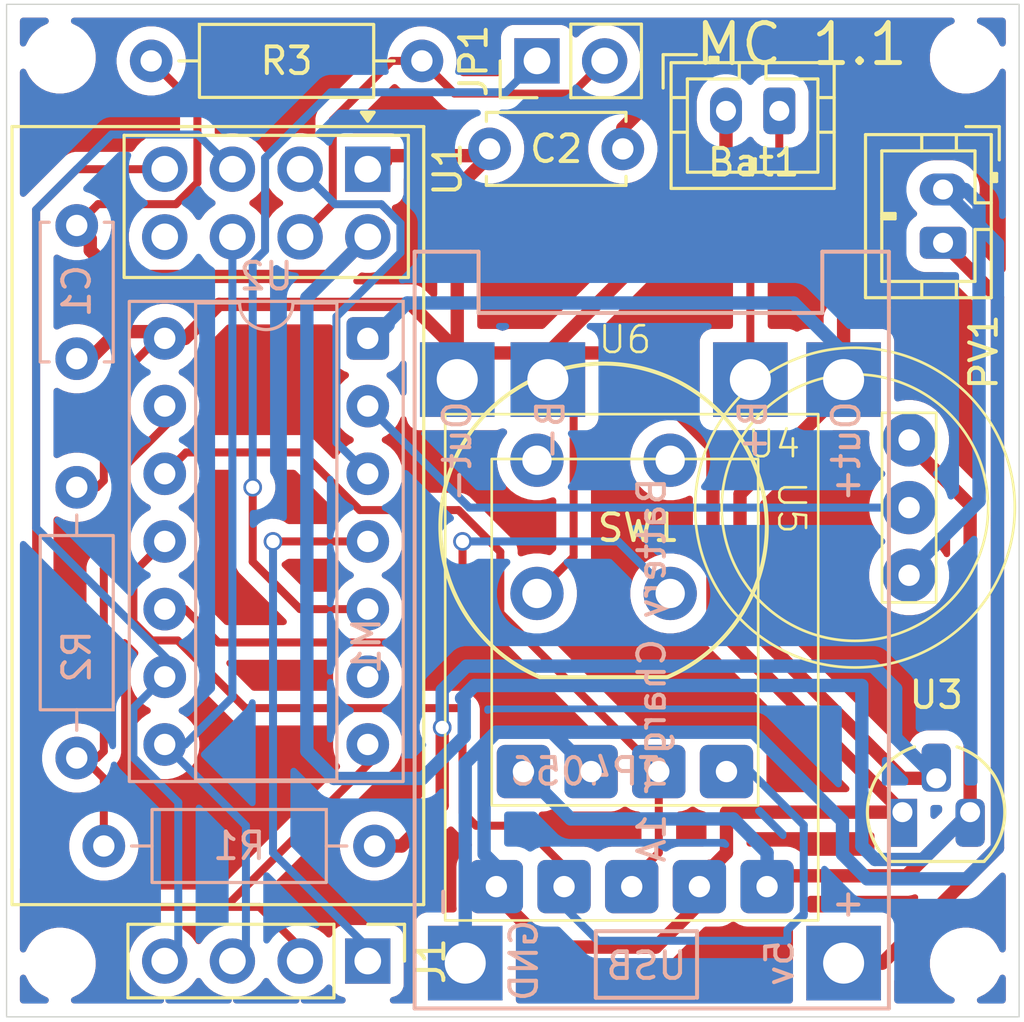
<source format=kicad_pcb>
(kicad_pcb (version 20241229) (generator "pcbnew") (generator_version "9.0")
  (title_block (title "nRF24 Button") (date "2025-12-19") (rev "${Version}"))
  (layers (0 "F.Cu" signal) (2 "B.Cu" signal) (13 "F.Paste" user) (15 "B.Paste" user) (5 "F.SilkS" user "F.Silkscreen") (7 "B.SilkS" user "B.Silkscreen") (1 "F.Mask" user) (3 "B.Mask" user) (25 "Edge.Cuts" user))
  (property "Version" "1.1")
  (net 0 "")
  (net 3 "+3V7")
  (net 5 "GND")
  (net 6 "Net-(U2-XTAL1{slash}PB0)")
  (net 7 "/VCC")
  (net 8 "/Vbat")
  (net 9 "Net-(U2-AREF{slash}PA0)")
  (net 10 "Net-(U1-CE)")
  (net 11 "Net-(JP1-B)")
  (net 13 "+6V")
  (net 14 "Net-(U2-PA3)")
  (net 15 "/SCL")
  (net 16 "/SDA")
  (net 17 "Net-(JP1-A)")
  (net 18 "/SCK")
  (net 19 "/MOSI")
  (net 20 "/MISO")
  (net 21 "Net-(J1-Pin_1)")
  (footprint "RF_Module:nRF24L01_Breakout" (layer "F.Cu") (at 130.556 107.188 -90)
    (property "Reference" "U1" (at 0 -3 90) (layer "F.SilkS"))
    (property "Value" "NRF24L01")
    (fp_line (start -1.6 13.35) (end -1.6 -2.1) (stroke (width 0.12)) (layer "F.SilkS"))
    (fp_line (start 27.6 13.35) (end -1.6 13.35) (stroke (width 0.12)) (layer "F.SilkS"))
    (fp_line (start -1.27 9.144) (end -1.27 9.144) (stroke (width 0.12)) (layer "F.SilkS"))
    (fp_line (start -1.27 9.144) (end -1.27 -1.524) (stroke (width 0.12)) (layer "F.SilkS"))
    (fp_line (start 4.064 9.144) (end -1.27 9.144) (stroke (width 0.12)) (layer "F.SilkS"))
    (fp_line (start -1.27 -1.524) (end -1.27 -1.524) (stroke (width 0.12)) (layer "F.SilkS"))
    (fp_line (start -1.27 -1.524) (end 4.064 -1.524) (stroke (width 0.12)) (layer "F.SilkS"))
    (fp_line (start 4.064 -1.524) (end 4.064 9.144) (stroke (width 0.12)) (layer "F.SilkS"))
    (fp_line (start -1.6 -2.1) (end -1.6 -2.1) (stroke (width 0.12)) (layer "F.SilkS"))
    (fp_line (start -1.6 -2.1) (end 27.6 -2.1) (stroke (width 0.12)) (layer "F.SilkS"))
    (fp_line (start 27.6 -2.1) (end 27.6 13.35) (stroke (width 0.12)) (layer "F.SilkS"))
    (fp_poly (pts (xy -1.8 0) (xy -2.136 0.24) (xy -2.136 -0.24) (xy -1.8 0)) (stroke (width 0.12)) (fill yes) (layer "F.SilkS"))
    (pad "1" thru_hole rect (at 0 0 270) (size 1.7 1.7) (drill 1) (layers "*.Cu" "*.Mask") (net 5 "GND"))
    (pad "2" thru_hole circle (at 2.54 0 270) (size 1.7 1.7) (drill 1) (layers "*.Cu" "*.Mask") (net 7 "/VCC"))
    (pad "3" thru_hole circle (at 0 2.54 270) (size 1.7 1.7) (drill 1) (layers "*.Cu" "*.Mask") (net 10 "Net-(U1-CE)"))
    (pad "4" thru_hole circle (at 2.54 2.54 270) (size 1.7 1.7) (drill 1) (layers "*.Cu" "*.Mask") (net 11 "Net-(JP1-B)"))
    (pad "5" thru_hole circle (at 0 5.08 270) (size 1.7 1.7) (drill 1) (layers "*.Cu" "*.Mask") (net 18 "/SCK"))
    (pad "6" thru_hole circle (at 2.54 5.08 270) (size 1.7 1.7) (drill 1) (layers "*.Cu" "*.Mask") (net 20 "/MISO"))
    (pad "7" thru_hole circle (at 0 7.62 270) (size 1.7 1.7) (drill 1) (layers "*.Cu" "*.Mask") (net 19 "/MOSI"))
    (pad "8" thru_hole circle (at 2.54 7.62 270) (size 1.7 1.7) (drill 1) (layers "*.Cu" "*.Mask"))
  )
  (footprint "hagego:BH1750" (layer "F.Cu") (at 140.462 135.382 180)
    (property "Reference" "U4" (at -5.334 17.882 0) (layer "F.SilkS") (effects (font (thickness 0.1))))
    (property "Value" "BH1750")
    (fp_rect (start -7 0) (end 7 19) (stroke (width 0.1)) (fill no) (layer "F.SilkS"))
    (pad "1" thru_hole roundrect (at -5.08 1.27 180) (size 2 2) (drill 0.8) (layers "*.Cu" "*.Mask") (roundrect_rratio 0.15) (net 7 "/VCC"))
    (pad "2" thru_hole roundrect (at -2.54 1.27 180) (size 2 2) (drill 0.8) (layers "*.Cu" "*.Mask") (roundrect_rratio 0.15) (net 5 "GND"))
    (pad "3" thru_hole roundrect (at 0 1.27 180) (size 2 2) (drill 0.8) (layers "*.Cu" "*.Mask") (roundrect_rratio 0.15) (net 15 "/SCL"))
    (pad "4" thru_hole roundrect (at 2.54 1.27 180) (size 2 2) (drill 0.8) (layers "*.Cu" "*.Mask") (roundrect_rratio 0.15) (net 16 "/SDA"))
    (pad "5" thru_hole roundrect (at 5.08 1.27 180) (size 2 2) (drill 0.8) (layers "*.Cu" "*.Mask") (roundrect_rratio 0.15) (net 5 "GND"))
  )
  (footprint "hagego:BME280" (layer "F.Cu") (at 140.208 131.064)
    (property "Reference" "U6" (at 0 -17.478 0) (layer "F.SilkS") (effects (font (thickness 0.1))))
    (property "Value" "BME280")
    (fp_rect (start -5 -13) (end 5 0) (stroke (width 0.1)) (fill no) (layer "F.SilkS"))
    (pad "1" thru_hole roundrect (at -3.81 -1.27) (size 2 2) (drill 0.8) (layers "*.Cu" "*.Mask") (roundrect_rratio 0.15) (net 7 "/VCC"))
    (pad "2" thru_hole roundrect (at -1.27 -1.27) (size 2 2) (drill 0.8) (layers "*.Cu" "*.Mask") (roundrect_rratio 0.15) (net 5 "GND"))
    (pad "3" thru_hole roundrect (at 1.27 -1.27) (size 2 2) (drill 0.8) (layers "*.Cu" "*.Mask") (roundrect_rratio 0.15) (net 15 "/SCL"))
    (pad "4" thru_hole roundrect (at 3.81 -1.27) (size 2 2) (drill 0.8) (layers "*.Cu" "*.Mask") (roundrect_rratio 0.15) (net 16 "/SDA"))
  )
  (footprint "MountingHole:MountingHole_2.2mm_M2_ISO7380" (layer "F.Cu") (at 153 137)
    (property "Reference" "REF**" (hide yes))
    (property "Value" "M2")
    (pad "" np_thru_hole circle (at 0 0) (size 2.2 2.2) (drill 2.2) (layers "*.Cu" "*.Mask"))
  )
  (footprint "Connector_PinHeader_2.54mm:PinHeader_1x04_P2.54mm_Vertical" (layer "F.Cu") (at 130.556 136.906 -90)
    (property "Reference" "J1" (at 0 -2.38 90) (layer "F.SilkS"))
    (property "Value" "Prog")
    (fp_line (start -1.38 9) (end 1.38 9) (stroke (width 0.12)) (layer "F.SilkS"))
    (fp_line (start -1.38 1.27) (end -1.38 9) (stroke (width 0.12)) (layer "F.SilkS"))
    (fp_line (start -1.38 1.27) (end 1.38 1.27) (stroke (width 0.12)) (layer "F.SilkS"))
    (fp_line (start 1.38 1.27) (end 1.38 9) (stroke (width 0.12)) (layer "F.SilkS"))
    (fp_line (start -1.38 0) (end -1.38 -1.38) (stroke (width 0.12)) (layer "F.SilkS"))
    (fp_line (start -1.38 -1.38) (end 0 -1.38) (stroke (width 0.12)) (layer "F.SilkS"))
    (pad "1" thru_hole rect (at 0 0 270) (size 1.7 1.7) (drill 1) (layers "*.Cu" "*.Mask") (net 21 "Net-(J1-Pin_1)"))
    (pad "2" thru_hole circle (at 0 2.54 270) (size 1.7 1.7) (drill 1) (layers "*.Cu" "*.Mask") (net 19 "/MOSI"))
    (pad "3" thru_hole circle (at 0 5.08 270) (size 1.7 1.7) (drill 1) (layers "*.Cu" "*.Mask") (net 20 "/MISO"))
    (pad "4" thru_hole circle (at 0 7.62 270) (size 1.7 1.7) (drill 1) (layers "*.Cu" "*.Mask") (net 18 "/SCK"))
  )
  (footprint "hagego:AM312" (layer "F.Cu") (at 149 119.888 -90)
    (property "Reference" "U5" (at 0 2.54 270) (layer "F.SilkS") (effects (font (thickness 0.1))))
    (property "Value" "AM312")
    (fp_rect (start -3.556 -2.888) (end 3.556 -0.856) (stroke (width 0.1)) (fill no) (layer "F.SilkS"))
    (fp_circle (center 0 0.16) (end 5 0.16) (stroke (width 0.1)) (fill no) (layer "F.SilkS"))
    (fp_circle (center 0 0.16) (end 6 0.16) (stroke (width 0.1)) (fill no) (layer "F.SilkS"))
    (pad "1" thru_hole circle (at -2.54 -1.872 270) (size 2 2) (drill 0.8) (layers "*.Cu" "*.Mask") (net 7 "/VCC"))
    (pad "2" thru_hole circle (at 0 -1.872 270) (size 2 2) (drill 0.8) (layers "*.Cu" "*.Mask") (net 6 "Net-(U2-XTAL1{slash}PB0)"))
    (pad "3" thru_hole circle (at 2.54 -1.872 270) (size 2 2) (drill 0.8) (layers "*.Cu" "*.Mask") (net 5 "GND"))
  )
  (footprint "Connector_PinHeader_2.54mm:PinHeader_1x02_P2.54mm_Vertical" (layer "F.Cu") (at 136.906 103.124 90)
    (property "Reference" "JP1" (at 0 -2.38 90) (layer "F.SilkS"))
    (property "Value" "CSN")
    (fp_line (start -1.38 -1.38) (end 0 -1.38) (stroke (width 0.12)) (layer "F.SilkS"))
    (fp_line (start -1.38 0) (end -1.38 -1.38) (stroke (width 0.12)) (layer "F.SilkS"))
    (fp_line (start 1.38 1.27) (end 1.38 3.92) (stroke (width 0.12)) (layer "F.SilkS"))
    (fp_line (start -1.38 1.27) (end 1.38 1.27) (stroke (width 0.12)) (layer "F.SilkS"))
    (fp_line (start -1.38 1.27) (end -1.38 3.92) (stroke (width 0.12)) (layer "F.SilkS"))
    (fp_line (start -1.38 3.92) (end 1.38 3.92) (stroke (width 0.12)) (layer "F.SilkS"))
    (pad "1" thru_hole rect (at 0 0 90) (size 1.7 1.7) (drill 1) (layers "*.Cu" "*.Mask") (net 17 "Net-(JP1-A)"))
    (pad "2" thru_hole circle (at 0 2.54 90) (size 1.7 1.7) (drill 1) (layers "*.Cu" "*.Mask") (net 11 "Net-(JP1-B)"))
  )
  (footprint "Button_Switch_THT:Push_E-Switch_KS01Q01" (layer "F.Cu") (at 136.906 118.11)
    (property "Reference" "SW1" (at 3.81 2.54 0) (layer "F.SilkS"))
    (property "Value" "Button")
    (fp_line (start 4.89 8.14) (end 0.11 8.14) (stroke (width 0.15)) (layer "F.SilkS"))
    (fp_arc (start 0.11 8.14) (mid 2.496283 -3.625495) (end 4.896843 8.137095) (stroke (width 0.15)) (layer "F.SilkS"))
    (pad "1" thru_hole circle (at 0 0) (size 2 2) (drill 1.1) (layers "*.Cu" "*.Mask"))
    (pad "2" thru_hole circle (at 5 0) (size 2 2) (drill 1.1) (layers "*.Cu" "*.Mask"))
    (pad "3" thru_hole circle (at 0 5) (size 2 2) (drill 1.1) (layers "*.Cu" "*.Mask") (net 5 "GND"))
    (pad "4" thru_hole circle (at 5 5) (size 2 2) (drill 1.1) (layers "*.Cu" "*.Mask") (net 14 "Net-(U2-PA3)"))
  )
  (footprint "MountingHole:MountingHole_2.2mm_M2_ISO7380" (layer "F.Cu") (at 119 137)
    (property "Reference" "REF**" (hide yes))
    (property "Value" "M2")
    (pad "" np_thru_hole circle (at 0 0) (size 2.2 2.2) (drill 2.2) (layers "*.Cu" "*.Mask"))
  )
  (footprint "hagego:JST_PH_1x02_P2.00" (layer "F.Cu") (at 144 105)
    (property "Reference" "Bat1" (at 1.034 1.934 0) (layer "F.SilkS"))
    (property "Value" "3.7V")
    (fp_line (start -2.36 -2.11) (end -2.36 -0.86) (stroke (width 0.12)) (layer "F.SilkS"))
    (fp_line (start -2.06 -1.81) (end -2.06 2.91) (stroke (width 0.12)) (layer "F.SilkS"))
    (fp_line (start -2.06 -0.5) (end -1.45 -0.5) (stroke (width 0.12)) (layer "F.SilkS"))
    (fp_line (start -2.06 0.8) (end -1.45 0.8) (stroke (width 0.12)) (layer "F.SilkS"))
    (fp_line (start -2.06 2.91) (end 4.06 2.91) (stroke (width 0.12)) (layer "F.SilkS"))
    (fp_line (start -1.45 -1.2) (end -1.45 2.3) (stroke (width 0.12)) (layer "F.SilkS"))
    (fp_line (start -1.45 2.3) (end 3.45 2.3) (stroke (width 0.12)) (layer "F.SilkS"))
    (fp_line (start -1.11 -2.11) (end -2.36 -2.11) (stroke (width 0.12)) (layer "F.SilkS"))
    (fp_line (start -0.6 -2.01) (end -0.6 -1.81) (stroke (width 0.12)) (layer "F.SilkS"))
    (fp_line (start -0.3 -2.01) (end -0.6 -2.01) (stroke (width 0.12)) (layer "F.SilkS"))
    (fp_line (start -0.3 -1.91) (end -0.6 -1.91) (stroke (width 0.12)) (layer "F.SilkS"))
    (fp_line (start -0.3 -1.81) (end -0.3 -2.01) (stroke (width 0.12)) (layer "F.SilkS"))
    (fp_line (start 0.5 -1.81) (end 0.5 -1.2) (stroke (width 0.12)) (layer "F.SilkS"))
    (fp_line (start 0.5 -1.2) (end -1.45 -1.2) (stroke (width 0.12)) (layer "F.SilkS"))
    (fp_line (start 0.9 1.8) (end 1.1 1.8) (stroke (width 0.12)) (layer "F.SilkS"))
    (fp_line (start 0.9 2.3) (end 0.9 1.8) (stroke (width 0.12)) (layer "F.SilkS"))
    (fp_line (start 1 2.3) (end 1 1.8) (stroke (width 0.12)) (layer "F.SilkS"))
    (fp_line (start 1.1 1.8) (end 1.1 2.3) (stroke (width 0.12)) (layer "F.SilkS"))
    (fp_line (start 1.5 -1.2) (end 1.5 -1.81) (stroke (width 0.12)) (layer "F.SilkS"))
    (fp_line (start 3.45 -1.2) (end 1.5 -1.2) (stroke (width 0.12)) (layer "F.SilkS"))
    (fp_line (start 3.45 2.3) (end 3.45 -1.2) (stroke (width 0.12)) (layer "F.SilkS"))
    (fp_line (start 4.06 -1.81) (end -2.06 -1.81) (stroke (width 0.12)) (layer "F.SilkS"))
    (fp_line (start 4.06 -0.5) (end 3.45 -0.5) (stroke (width 0.12)) (layer "F.SilkS"))
    (fp_line (start 4.06 0.8) (end 3.45 0.8) (stroke (width 0.12)) (layer "F.SilkS"))
    (fp_line (start 4.06 2.91) (end 4.06 -1.81) (stroke (width 0.12)) (layer "F.SilkS"))
    (pad "1" thru_hole roundrect (at 2 0) (size 1.2 1.75) (drill 0.75) (layers "*.Cu" "*.Mask") (roundrect_rratio 0.208333) (net 3 "+3V7"))
    (pad "2" thru_hole oval (at 0 0) (size 1.2 1.75) (drill 0.75) (layers "*.Cu" "*.Mask") (net 5 "GND"))
  )
  (footprint "hagego:JST_PH_1x02_P2.00" (layer "F.Cu") (at 152.146 107.95 -90)
    (property "Reference" "PV1" (at 6.096 -1.524 90) (layer "F.SilkS"))
    (property "Value" "6V")
    (fp_line (start -2.06 2.91) (end 4.06 2.91) (stroke (width 0.12)) (layer "F.SilkS"))
    (fp_line (start 4.06 2.91) (end 4.06 -1.81) (stroke (width 0.12)) (layer "F.SilkS"))
    (fp_line (start -1.45 2.3) (end 3.45 2.3) (stroke (width 0.12)) (layer "F.SilkS"))
    (fp_line (start 0.9 2.3) (end 0.9 1.8) (stroke (width 0.12)) (layer "F.SilkS"))
    (fp_line (start 1 2.3) (end 1 1.8) (stroke (width 0.12)) (layer "F.SilkS"))
    (fp_line (start 3.45 2.3) (end 3.45 -1.2) (stroke (width 0.12)) (layer "F.SilkS"))
    (fp_line (start 0.9 1.8) (end 1.1 1.8) (stroke (width 0.12)) (layer "F.SilkS"))
    (fp_line (start 1.1 1.8) (end 1.1 2.3) (stroke (width 0.12)) (layer "F.SilkS"))
    (fp_line (start -2.06 0.8) (end -1.45 0.8) (stroke (width 0.12)) (layer "F.SilkS"))
    (fp_line (start 4.06 0.8) (end 3.45 0.8) (stroke (width 0.12)) (layer "F.SilkS"))
    (fp_line (start -2.06 -0.5) (end -1.45 -0.5) (stroke (width 0.12)) (layer "F.SilkS"))
    (fp_line (start 4.06 -0.5) (end 3.45 -0.5) (stroke (width 0.12)) (layer "F.SilkS"))
    (fp_line (start -1.45 -1.2) (end -1.45 2.3) (stroke (width 0.12)) (layer "F.SilkS"))
    (fp_line (start 0.5 -1.2) (end -1.45 -1.2) (stroke (width 0.12)) (layer "F.SilkS"))
    (fp_line (start 1.5 -1.2) (end 1.5 -1.81) (stroke (width 0.12)) (layer "F.SilkS"))
    (fp_line (start 3.45 -1.2) (end 1.5 -1.2) (stroke (width 0.12)) (layer "F.SilkS"))
    (fp_line (start -2.06 -1.81) (end -2.06 2.91) (stroke (width 0.12)) (layer "F.SilkS"))
    (fp_line (start -0.3 -1.81) (end -0.3 -2.01) (stroke (width 0.12)) (layer "F.SilkS"))
    (fp_line (start 0.5 -1.81) (end 0.5 -1.2) (stroke (width 0.12)) (layer "F.SilkS"))
    (fp_line (start 4.06 -1.81) (end -2.06 -1.81) (stroke (width 0.12)) (layer "F.SilkS"))
    (fp_line (start -0.3 -1.91) (end -0.6 -1.91) (stroke (width 0.12)) (layer "F.SilkS"))
    (fp_line (start -0.6 -2.01) (end -0.6 -1.81) (stroke (width 0.12)) (layer "F.SilkS"))
    (fp_line (start -0.3 -2.01) (end -0.6 -2.01) (stroke (width 0.12)) (layer "F.SilkS"))
    (fp_line (start -2.36 -2.11) (end -2.36 -0.86) (stroke (width 0.12)) (layer "F.SilkS"))
    (fp_line (start -1.11 -2.11) (end -2.36 -2.11) (stroke (width 0.12)) (layer "F.SilkS"))
    (pad "1" thru_hole roundrect (at 2 0 270) (size 1.2 1.75) (drill 0.75) (layers "*.Cu" "*.Mask") (roundrect_rratio 0.208333) (net 13 "+6V"))
    (pad "2" thru_hole oval (at 0 0 270) (size 1.2 1.75) (drill 0.75) (layers "*.Cu" "*.Mask") (net 5 "GND"))
  )
  (footprint "MountingHole:MountingHole_2.2mm_M2_ISO7380" (layer "F.Cu") (at 119 103)
    (property "Reference" "REF**" (hide yes))
    (property "Value" "M2")
    (pad "" np_thru_hole circle (at 0 0) (size 2.2 2.2) (drill 2.2) (layers "*.Cu" "*.Mask"))
  )
  (footprint "Resistor_THT:R_Axial_DIN0207_L6.3mm_D2.5mm_P10.16mm_Horizontal" (layer "F.Cu") (at 122.428 103.124)
    (property "Reference" "R3" (at 5.08 0 0) (layer "F.SilkS"))
    (property "Value" "1M")
    (fp_line (start 1.04 0) (end 1.81 0) (stroke (width 0.12)) (layer "F.SilkS"))
    (fp_line (start 9.12 0) (end 8.35 0) (stroke (width 0.12)) (layer "F.SilkS"))
    (fp_rect (start 1.81 -1.37) (end 8.35 1.37) (stroke (width 0.12)) (fill no) (layer "F.SilkS"))
    (pad "1" thru_hole circle (at 0 0) (size 1.6 1.6) (drill 0.8) (layers "*.Cu" "*.Mask") (net 7 "/VCC"))
    (pad "2" thru_hole circle (at 10.16 0) (size 1.6 1.6) (drill 0.8) (layers "*.Cu" "*.Mask") (net 11 "Net-(JP1-B)"))
  )
  (footprint "Package_TO_SOT_THT:TO-92_HandSolder" (layer "F.Cu") (at 150.622 131.318)
    (property "Reference" "U3" (at 1.27 -4.4 0) (layer "F.SilkS"))
    (property "Value" "MCP1700x-330")
    (fp_line (start -0.53 1.85) (end 3.07 1.85) (stroke (width 0.12)) (layer "F.SilkS"))
    (fp_arc (start -0.541875 1.841741) (mid -1.247231 -0.581764) (end 0.45 -2.45) (stroke (width 0.12)) (layer "F.SilkS"))
    (fp_arc (start 2.05 -2.45) (mid 3.769931 -0.601036) (end 3.078445 1.827684) (stroke (width 0.12)) (layer "F.SilkS"))
    (pad "1" thru_hole rect (at 0 0) (size 1.1 1.8) (drill 0.75 (offset 0 0.4)) (layers "*.Cu" "*.Mask") (net 5 "GND"))
    (pad "2" thru_hole roundrect (at 1.27 -1.27) (size 1.1 1.8) (drill 0.75 (offset 0 -0.4)) (layers "*.Cu" "*.Mask") (net 8 "/Vbat"))
    (pad "3" thru_hole roundrect (at 2.54 0) (size 1.1 1.8) (drill 0.75 (offset 0 0.4)) (layers "*.Cu" "*.Mask") (net 7 "/VCC"))
  )
  (footprint "MountingHole:MountingHole_2.2mm_M2_ISO7380" (layer "F.Cu") (at 153 103)
    (property "Reference" "REF**" (hide yes))
    (property "Value" "M2")
    (pad "" np_thru_hole circle (at 0 0) (size 2.2 2.2) (drill 2.2) (layers "*.Cu" "*.Mask"))
  )
  (footprint "Capacitor_THT:C_Disc_D5.0mm_W2.5mm_P5.00mm" (layer "F.Cu") (at 135.128 106.426)
    (property "Reference" "C2" (at 2.5 0 0) (layer "F.SilkS"))
    (property "Value" "2.2uF")
    (fp_line (start -0.12 -1.37) (end 5.12 -1.37) (stroke (width 0.12)) (layer "F.SilkS"))
    (fp_line (start -0.12 -1.033) (end -0.12 -1.37) (stroke (width 0.12)) (layer "F.SilkS"))
    (fp_line (start -0.12 1.37) (end -0.12 1.033) (stroke (width 0.12)) (layer "F.SilkS"))
    (fp_line (start 5.12 -1.37) (end 5.12 -1.033) (stroke (width 0.12)) (layer "F.SilkS"))
    (fp_line (start 5.12 1.033) (end 5.12 1.37) (stroke (width 0.12)) (layer "F.SilkS"))
    (fp_line (start 5.12 1.37) (end -0.12 1.37) (stroke (width 0.12)) (layer "F.SilkS"))
    (pad "1" thru_hole circle (at 0 0) (size 1.6 1.6) (drill 0.8) (layers "*.Cu" "*.Mask") (net 5 "GND"))
    (pad "2" thru_hole circle (at 5 0) (size 1.6 1.6) (drill 0.8) (layers "*.Cu" "*.Mask") (net 8 "/Vbat"))
  )
  (footprint "Resistor_THT:R_Axial_DIN0207_L6.3mm_D2.5mm_P10.16mm_Horizontal" (layer "B.Cu") (at 119.634 129.286 90)
    (property "Reference" "R2" (at 3.81 0 90) (layer "B.SilkS") (effects (justify mirror)))
    (property "Value" "100k")
    (fp_line (start 9.12 0) (end 8.35 0) (stroke (width 0.12)) (layer "B.SilkS"))
    (fp_line (start 1.04 0) (end 1.81 0) (stroke (width 0.12)) (layer "B.SilkS"))
    (fp_rect (start 1.81 1.37) (end 8.35 -1.37) (stroke (width 0.12)) (fill no) (layer "B.SilkS"))
    (pad "1" thru_hole circle (at 0 0 90) (size 1.6 1.6) (drill 0.8) (layers "*.Cu" "*.Mask") (net 9 "Net-(U2-AREF{slash}PA0)"))
    (pad "2" thru_hole circle (at 10.16 0 90) (size 1.6 1.6) (drill 0.8) (layers "*.Cu" "*.Mask") (net 5 "GND"))
  )
  (footprint "hagego:TP4056-18650" (layer "B.Cu") (at 150.114 138.684 90)
    (property "Reference" "M1" (at 13.6 -19.6 270) (layer "B.SilkS") (effects (justify mirror)))
    (property "Value" "TP4056")
    (fp_line (start 28.4 -17.8) (end 0 -17.8) (stroke (width 0.15)) (layer "B.SilkS"))
    (fp_line (start 0 -17.8) (end 0 0) (stroke (width 0.15)) (layer "B.SilkS"))
    (fp_line (start 28.4 -15.7) (end 28.4 -17.8) (stroke (width 0.15)) (layer "B.SilkS"))
    (fp_line (start 28.4 -15.4) (end 28.4 -15.7) (stroke (width 0.15)) (layer "B.SilkS"))
    (fp_line (start 26.3 -15.4) (end 28.4 -15.4) (stroke (width 0.15)) (layer "B.SilkS"))
    (fp_line (start 26.1 -15.4) (end 26.4 -15.4) (stroke (width 0.15)) (layer "B.SilkS"))
    (fp_line (start 2.9 -11) (end 0.4 -11) (stroke (width 0.15)) (layer "B.SilkS"))
    (fp_line (start 0.4 -11) (end 0.4 -7.3) (stroke (width 0.15)) (layer "B.SilkS"))
    (fp_line (start 2.9 -7.2) (end 2.9 -11) (stroke (width 0.15)) (layer "B.SilkS"))
    (fp_line (start 0.4 -7.2) (end 2.9 -7.2) (stroke (width 0.15)) (layer "B.SilkS"))
    (fp_line (start 28.4 -2.5) (end 26.1 -2.5) (stroke (width 0.15)) (layer "B.SilkS"))
    (fp_line (start 26.1 -2.5) (end 26.1 -15.4) (stroke (width 0.15)) (layer "B.SilkS"))
    (fp_line (start 28.4 0) (end 28.4 -2.5) (stroke (width 0.15)) (layer "B.SilkS"))
    (fp_line (start 26.3 0) (end 28.4 0) (stroke (width 0.15)) (layer "B.SilkS"))
    (fp_line (start 0 0) (end 26.3 0) (stroke (width 0.15)) (layer "B.SilkS"))
    (fp_text user "B+" (at 21.7 -5.1 270) (layer "B.SilkS") (effects (justify mirror)))
    (fp_text user "5v" (at 1.7 -4.1 270) (layer "B.SilkS") (effects (justify mirror)))
    (fp_text user "+" (at 3.9 -1.6 270) (layer "B.SilkS") (effects (justify mirror)))
    (fp_text user "USB" (at 1.6 -9.1 0) (layer "B.SilkS") (effects (justify mirror)))
    (fp_text user "-" (at 4 -16.8 270) (layer "B.SilkS") (effects (justify mirror)))
    (fp_text user "Out+" (at 20.9 -1.6 270) (layer "B.SilkS") (effects (justify mirror)))
    (fp_text user "B-" (at 21.7 -12.7 270) (layer "B.SilkS") (effects (justify mirror)))
    (fp_text user "Battery Charger 1A" (at 12.7 -8.9 270) (layer "B.SilkS") (effects (justify mirror)))
    (fp_text user "GND" (at 1.8 -13.7 270) (layer "B.SilkS") (effects (justify mirror)))
    (fp_text user "TP4056" (at 8.89 -11.43 0) (layer "B.SilkS") (effects (justify mirror)))
    (fp_text user "Out-" (at 20.9 -16.2 270) (layer "B.SilkS") (effects (justify mirror)))
    (pad "1" thru_hole rect (at 1.7 -1.7 90) (size 2.8 2.8) (drill 1.54) (layers "*.Cu" "*.Mask") (net 13 "+6V"))
    (pad "2" thru_hole rect (at 1.7 -15.9 90) (size 2.8 2.8) (drill 1.54) (layers "*.Cu" "*.Mask") (net 5 "GND"))
    (pad "3" thru_hole rect (at 23.6 -1.7 90) (size 2.8 2.8) (drill 1.54) (layers "*.Cu" "*.Mask") (net 8 "/Vbat"))
    (pad "4" thru_hole rect (at 23.6 -16.2 90) (size 2.8 2.8) (drill 1.54) (layers "*.Cu" "*.Mask") (net 5 "GND"))
    (pad "5" thru_hole rect (at 23.6 -5.2 90) (size 2.8 2.8) (drill 1.54) (layers "*.Cu" "*.Mask") (net 3 "+3V7"))
    (pad "6" thru_hole rect (at 23.6 -12.8 90) (size 2.8 2.8) (drill 1.54) (layers "*.Cu" "*.Mask") (net 5 "GND"))
  )
  (footprint "Resistor_THT:R_Axial_DIN0207_L6.3mm_D2.5mm_P10.16mm_Horizontal" (layer "B.Cu") (at 130.81 132.588 180)
    (property "Reference" "R1" (at 5.08 0 0) (layer "B.SilkS") (effects (justify mirror)))
    (property "Value" "470k")
    (fp_line (start 9.12 0) (end 8.35 0) (stroke (width 0.12)) (layer "B.SilkS"))
    (fp_line (start 1.04 0) (end 1.81 0) (stroke (width 0.12)) (layer "B.SilkS"))
    (fp_rect (start 1.81 1.37) (end 8.35 -1.37) (stroke (width 0.12)) (fill no) (layer "B.SilkS"))
    (pad "1" thru_hole circle (at 0 0 180) (size 1.6 1.6) (drill 0.8) (layers "*.Cu" "*.Mask") (net 8 "/Vbat"))
    (pad "2" thru_hole circle (at 10.16 0 180) (size 1.6 1.6) (drill 0.8) (layers "*.Cu" "*.Mask") (net 9 "Net-(U2-AREF{slash}PA0)"))
  )
  (footprint "Capacitor_THT:C_Disc_D5.0mm_W2.5mm_P5.00mm" (layer "B.Cu") (at 119.634 114.3 90)
    (property "Reference" "C1" (at 2.54 0 90) (layer "B.SilkS") (effects (justify mirror)))
    (property "Value" "2.2uF")
    (fp_line (start 5.12 -1.37) (end -0.12 -1.37) (stroke (width 0.12)) (layer "B.SilkS"))
    (fp_line (start -0.12 -1.37) (end -0.12 -1.033) (stroke (width 0.12)) (layer "B.SilkS"))
    (fp_line (start 5.12 -1.033) (end 5.12 -1.37) (stroke (width 0.12)) (layer "B.SilkS"))
    (fp_line (start -0.12 1.033) (end -0.12 1.37) (stroke (width 0.12)) (layer "B.SilkS"))
    (fp_line (start 5.12 1.37) (end 5.12 1.033) (stroke (width 0.12)) (layer "B.SilkS"))
    (fp_line (start -0.12 1.37) (end 5.12 1.37) (stroke (width 0.12)) (layer "B.SilkS"))
    (pad "1" thru_hole circle (at 0 0 90) (size 1.6 1.6) (drill 0.8) (layers "*.Cu" "*.Mask") (net 5 "GND"))
    (pad "2" thru_hole circle (at 5 0 90) (size 1.6 1.6) (drill 0.8) (layers "*.Cu" "*.Mask") (net 7 "/VCC"))
  )
  (footprint "Package_DIP:DIP-14_W7.62mm_Socket" (layer "B.Cu") (at 130.556 113.538 180)
    (property "Reference" "U2" (at 3.81 2.33 0) (layer "B.SilkS") (effects (justify mirror)))
    (property "Value" "ATtiny84")
    (fp_line (start 6.46 1.33) (end 4.81 1.33) (stroke (width 0.12)) (layer "B.SilkS"))
    (fp_line (start 6.46 -16.57) (end 6.46 1.33) (stroke (width 0.12)) (layer "B.SilkS"))
    (fp_line (start 2.81 1.33) (end 1.16 1.33) (stroke (width 0.12)) (layer "B.SilkS"))
    (fp_line (start 1.16 1.33) (end 1.16 -16.57) (stroke (width 0.12)) (layer "B.SilkS"))
    (fp_line (start 1.16 -16.57) (end 6.46 -16.57) (stroke (width 0.12)) (layer "B.SilkS"))
    (fp_rect (start -1.33 1.39) (end 8.95 -16.63) (stroke (width 0.12)) (fill no) (layer "B.SilkS"))
    (fp_arc (start 2.81 1.33) (mid 3.81 0.33) (end 4.81 1.33) (stroke (width 0.12)) (layer "B.SilkS"))
    (pad "1" thru_hole roundrect (at 0 0 180) (size 1.6 1.6) (drill 0.8) (layers "*.Cu" "*.Mask") (roundrect_rratio 0.15625) (net 8 "/Vbat"))
    (pad "2" thru_hole circle (at 0 -2.54 180) (size 1.6 1.6) (drill 0.8) (layers "*.Cu" "*.Mask") (net 6 "Net-(U2-XTAL1{slash}PB0)"))
    (pad "3" thru_hole circle (at 0 -5.08 180) (size 1.6 1.6) (drill 0.8) (layers "*.Cu" "*.Mask") (net 10 "Net-(U1-CE)"))
    (pad "4" thru_hole circle (at 0 -7.62 180) (size 1.6 1.6) (drill 0.8) (layers "*.Cu" "*.Mask") (net 21 "Net-(J1-Pin_1)"))
    (pad "5" thru_hole circle (at 0 -10.16 180) (size 1.6 1.6) (drill 0.8) (layers "*.Cu" "*.Mask") (net 17 "Net-(JP1-A)"))
    (pad "6" thru_hole circle (at 0 -12.7 180) (size 1.6 1.6) (drill 0.8) (layers "*.Cu" "*.Mask"))
    (pad "7" thru_hole circle (at 0 -15.24 180) (size 1.6 1.6) (drill 0.8) (layers "*.Cu" "*.Mask") (net 19 "/MOSI"))
    (pad "8" thru_hole circle (at 7.62 -15.24 180) (size 1.6 1.6) (drill 0.8) (layers "*.Cu" "*.Mask") (net 20 "/MISO"))
    (pad "9" thru_hole circle (at 7.62 -12.7 180) (size 1.6 1.6) (drill 0.8) (layers "*.Cu" "*.Mask") (net 18 "/SCK"))
    (pad "10" thru_hole circle (at 7.62 -10.16 180) (size 1.6 1.6) (drill 0.8) (layers "*.Cu" "*.Mask") (net 14 "Net-(U2-PA3)"))
    (pad "11" thru_hole circle (at 7.62 -7.62 180) (size 1.6 1.6) (drill 0.8) (layers "*.Cu" "*.Mask") (net 16 "/SDA"))
    (pad "12" thru_hole circle (at 7.62 -5.08 180) (size 1.6 1.6) (drill 0.8) (layers "*.Cu" "*.Mask") (net 15 "/SCL"))
    (pad "13" thru_hole circle (at 7.62 -2.54 180) (size 1.6 1.6) (drill 0.8) (layers "*.Cu" "*.Mask") (net 9 "Net-(U2-AREF{slash}PA0)"))
    (pad "14" thru_hole circle (at 7.62 0 180) (size 1.6 1.6) (drill 0.8) (layers "*.Cu" "*.Mask") (net 5 "GND"))
  )
  (gr_rect (start 117 101) (end 155 139) (stroke (width 0.05)) (fill no) (layer "Edge.Cuts"))
  (gr_text "MC ${Version}" (at 142.748 103.378 0) (layer "F.SilkS") (effects (font (size 1.5 1.5) (thickness 0.1875)) (justify left bottom)))
  (segment (start 144.914 108.374) (end 146 107.288) (width 0.3) (layer "F.Cu") (net 3))
  (segment (start 146 107.288) (end 146 105) (width 0.3) (layer "F.Cu") (net 3))
  (segment (start 144.914 115.084) (end 144.914 108.374) (width 0.3) (layer "F.Cu") (net 3))
  (segment (start 143.382 133.35) (end 143.51 133.35) (width 0.5) (layer "F.Cu") (net 5))
  (segment (start 139.96738 114.084) (end 143.51 117.62662) (width 0.5) (layer "F.Cu") (net 5))
  (segment (start 130.81 106.934) (end 131.318 106.934) (width 0.3) (layer "F.Cu") (net 5))
  (segment (start 120.65 115.57) (end 122.682 113.538) (width 0.3) (layer "F.Cu") (net 5))
  (segment (start 143.002 134.746) (end 143.002 134.112) (width 0.5) (layer "F.Cu") (net 5))
  (segment (start 133.914 114.000354) (end 133.914 114.084) (width 0.5) (layer "F.Cu") (net 5))
  (segment (start 137.314 114.084) (end 139.96738 114.084) (width 0.5) (layer "F.Cu") (net 5))
  (segment (start 124.974 112.262) (end 132.175646 112.262) (width 0.5) (layer "F.Cu") (net 5))
  (segment (start 134.874 106.68) (end 135.128 106.426) (width 0.5) (layer "F.Cu") (net 5))
  (segment (start 135.128 106.68) (end 133.914 107.894) (width 0.5) (layer "F.Cu") (net 5))
  (segment (start 144.018 132.842) (end 144.018 131.318) (width 0.5) (layer "F.Cu") (net 5))
  (segment (start 131.064 106.68) (end 134.874 106.68) (width 0.5) (layer "F.Cu") (net 5))
  (segment (start 143.51 117.62662) (end 143.51 124.206) (width 0.5) (layer "F.Cu") (net 5))
  (segment (start 133.914 114.084) (end 137.314 114.084) (width 0.5) (layer "F.Cu") (net 5))
  (segment (start 135.382 134.112) (end 135.382 134.438) (width 0.5) (layer "F.Cu") (net 5))
  (segment (start 141.366 136.382) (end 143.002 134.746) (width 0.5) (layer "F.Cu") (net 5))
  (segment (start 130.556 107.188) (end 131.064 106.68) (width 0.5) (layer "F.Cu") (net 5))
  (segment (start 135.382 134.438) (end 137.326 136.382) (width 0.5) (layer "F.Cu") (net 5))
  (segment (start 133.914 107.894) (end 133.914 114.084) (width 0.5) (layer "F.Cu") (net 5))
  (segment (start 120.142 114.3) (end 121.158 113.284) (width 0.5) (layer "F.Cu") (net 5))
  (segment (start 137.314 114.084) (end 144 107.398) (width 0.5) (layer "F.Cu") (net 5))
  (segment (start 121.158 113.284) (end 122.682 113.284) (width 0.5) (layer "F.Cu") (net 5))
  (segment (start 123.698 113.538) (end 124.974 112.262) (width 0.5) (layer "F.Cu") (net 5))
  (segment (start 143.51 133.35) (end 144.018 132.842) (width 0.5) (layer "F.Cu") (net 5))
  (segment (start 120.65 118.872) (end 120.65 115.57) (width 0.3) (layer "F.Cu") (net 5))
  (segment (start 144 107.398) (end 144 105) (width 0.5) (layer "F.Cu") (net 5))
  (segment (start 132.175646 112.262) (end 133.914 114.000354) (width 0.5) (layer "F.Cu") (net 5))
  (segment (start 144.018 131.318) (end 150.622 131.318) (width 0.5) (layer "F.Cu") (net 5))
  (segment (start 143.002 133.73) (end 143.382 133.35) (width 0.5) (layer "F.Cu") (net 5))
  (segment (start 122.682 113.284) (end 122.936 113.538) (width 0.5) (layer "F.Cu") (net 5))
  (segment (start 138.282 121.734) (end 138.282 115.052) (width 0.3) (layer "F.Cu") (net 5))
  (segment (start 135.128 106.426) (end 135.128 106.68) (width 0.5) (layer "F.Cu") (net 5))
  (segment (start 138.282 115.052) (end 137.314 114.084) (width 0.3) (layer "F.Cu") (net 5))
  (segment (start 136.906 123.11) (end 138.282 121.734) (width 0.3) (layer "F.Cu") (net 5))
  (segment (start 120.396 119.126) (end 120.65 118.872) (width 0.3) (layer "F.Cu") (net 5))
  (segment (start 122.936 113.538) (end 123.698 113.538) (width 0.5) (layer "F.Cu") (net 5))
  (segment (start 143.51 124.206) (end 150.622 131.318) (width 0.5) (layer "F.Cu") (net 5))
  (segment (start 144 105.37) (end 143.862 105.508) (width 0.5) (layer "F.Cu") (net 5))
  (segment (start 130.556 107.188) (end 130.81 106.934) (width 0.3) (layer "F.Cu") (net 5))
  (segment (start 144 105) (end 144 105.37) (width 0.5) (layer "F.Cu") (net 5))
  (segment (start 143.002 134.112) (end 143.002 133.73) (width 0.5) (layer "F.Cu") (net 5))
  (segment (start 137.326 136.382) (end 141.366 136.382) (width 0.5) (layer "F.Cu") (net 5))
  (segment (start 119.634 114.3) (end 120.142 114.3) (width 0.5) (layer "F.Cu") (net 5))
  (segment (start 122.682 113.538) (end 122.936 113.538) (width 0.3) (layer "F.Cu") (net 5))
  (segment (start 119.634 119.126) (end 120.396 119.126) (width 0.3) (layer "F.Cu") (net 5))
  (segment (start 150.97 122.428) (end 150.97 122.174) (width 0.5) (layer "B.Cu") (net 5))
  (segment (start 153.029694 133.82) (end 149.29528 133.82) (width 0.5) (layer "B.Cu") (net 5))
  (segment (start 152.146 107.95) (end 152.154646 107.95) (width 0.5) (layer "B.Cu") (net 5))
  (segment (start 152.971 107.95) (end 152.146 107.95) (width 0.5) (layer "B.Cu") (net 5))
  (segment (start 134.922 128.77257) (end 134.922 132.89) (width 0.5) (layer "B.Cu") (net 5))
  (segment (start 134.922 132.89) (end 135.382 133.35) (width 0.5) (layer "B.Cu") (net 5))
  (segment (start 153.497 108.476) (end 152.971 107.95) (width 0.5) (layer "B.Cu") (net 5))
  (segment (start 150.97 122.174) (end 153.497 119.647) (width 0.5) (layer "B.Cu") (net 5))
  (segment (start 145.03943 128.318) (end 135.37657 128.318) (width 0.5) (layer "B.Cu") (net 5))
  (segment (start 135.382 133.35) (end 135.382 134.112) (width 0.5) (layer "B.Cu") (net 5))
  (segment (start 148.372 131.65057) (end 145.03943 128.318) (width 0.5) (layer "B.Cu") (net 5))
  (segment (start 154.188 109.983354) (end 154.188 132.661694) (width 0.5) (layer "B.Cu") (net 5))
  (segment (start 137.462 128.318) (end 135.37657 128.318) (width 0.5) (layer "B.Cu") (net 5))
  (segment (start 149.29528 133.82) (end 148.372 132.896719) (width 0.5) (layer "B.Cu") (net 5))
  (segment (start 135.37657 128.318) (end 134.214 129.48057) (width 0.5) (layer "B.Cu") (net 5))
  (segment (start 148.372 132.896719) (end 148.372 131.65057) (width 0.5) (layer "B.Cu") (net 5))
  (segment (start 152.154646 107.95) (end 154.188 109.983354) (width 0.5) (layer "B.Cu") (net 5))
  (segment (start 153.497 119.647) (end 153.497 108.476) (width 0.5) (layer "B.Cu") (net 5))
  (segment (start 138.938 129.794) (end 137.462 128.318) (width 0.5) (layer "B.Cu") (net 5))
  (segment (start 134.214 129.48057) (end 134.214 136.984) (width 0.5) (layer "B.Cu") (net 5))
  (segment (start 135.37657 128.318) (end 134.922 128.77257) (width 0.5) (layer "B.Cu") (net 5))
  (segment (start 154.188 132.661694) (end 153.029694 133.82) (width 0.5) (layer "B.Cu") (net 5))
  (segment (start 134.366 119.888) (end 150.872 119.888) (width 0.3) (layer "B.Cu") (net 6))
  (segment (start 130.556 116.078) (end 134.366 119.888) (width 0.3) (layer "B.Cu") (net 6))
  (segment (start 124.162 104.858) (end 122.428 103.124) (width 0.3) (layer "F.Cu") (net 7))
  (segment (start 119.634 109.3) (end 120.433999 108.500001) (width 0.3) (layer "F.Cu") (net 7))
  (segment (start 145.694 133.706) (end 150.774 133.706) (width 0.5) (layer "F.Cu") (net 7))
  (segment (start 120.142 110.236) (end 121.119 111.213) (width 0.5) (layer "F.Cu") (net 7))
  (segment (start 145.542 134.112) (end 145.542 133.858) (width 0.5) (layer "F.Cu") (net 7))
  (segment (start 153.162 119.794) (end 153.162 131.318) (width 0.5) (layer "F.Cu") (net 7))
  (segment (start 150.97 117.348) (end 150.97 117.602) (width 0.5) (layer "F.Cu") (net 7))
  (segment (start 150.774 133.706) (end 153.162 131.318) (width 0.5) (layer "F.Cu") (net 7))
  (segment (start 123.357825 108.500001) (end 124.162 107.695826) (width 0.3) (layer "F.Cu") (net 7))
  (segment (start 124.162 107.695826) (end 124.162 104.858) (width 0.3) (layer "F.Cu") (net 7))
  (segment (start 130.556 109.728) (end 131.064 109.22) (width 0.3) (layer "F.Cu") (net 7))
  (segment (start 150.97 117.602) (end 153.162 119.794) (width 0.5) (layer "F.Cu") (net 7))
  (segment (start 119.634 109.3) (end 120.142 109.808) (width 0.5) (layer "F.Cu") (net 7))
  (segment (start 120.433999 108.500001) (end 123.357825 108.500001) (width 0.3) (layer "F.Cu") (net 7))
  (segment (start 121.119 111.213) (end 129.071 111.213) (width 0.5) (layer "F.Cu") (net 7))
  (segment (start 120.142 109.808) (end 120.142 110.236) (width 0.5) (layer "F.Cu") (net 7))
  (segment (start 129.071 111.213) (end 130.556 109.728) (width 0.5) (layer "F.Cu") (net 7))
  (segment (start 145.542 133.858) (end 145.694 133.706) (width 0.5) (layer "F.Cu") (net 7))
  (segment (start 134.176 127.14672) (end 134.076 127.04672) (width 0.5) (layer "B.Cu") (net 7))
  (segment (start 132.603141 130.054) (end 134.176 128.481141) (width 0.5) (layer "B.Cu") (net 7))
  (segment (start 129.292 130.054) (end 132.603141 130.054) (width 0.5) (layer "B.Cu") (net 7))
  (segment (start 145.542 132.842) (end 145.542 134.112) (width 0.5) (layer "B.Cu") (net 7))
  (segment (start 134.176 128.481141) (end 134.176 127.14672) (width 0.5) (layer "B.Cu") (net 7))
  (segment (start 130.556 109.728) (end 128.27 112.014) (width 0.5) (layer "B.Cu") (net 7))
  (segment (start 134.076 127.04672) (end 134.55872 126.564) (width 0.5) (layer "B.Cu") (net 7))
  (segment (start 149.596 133.094) (end 151.386 133.094) (width 0.5) (layer "B.Cu") (net 7))
  (segment (start 151.386 133.094) (end 153.162 131.318) (width 0.5) (layer "B.Cu") (net 7))
  (segment (start 149.098 132.596) (end 149.596 133.094) (width 0.5) (layer "B.Cu") (net 7))
  (segment (start 128.27 129.032) (end 129.292 130.054) (width 0.5) (layer "B.Cu") (net 7))
  (segment (start 134.55872 126.564) (end 149.098 126.564) (width 0.5) (layer "B.Cu") (net 7))
  (segment (start 144.272 131.572) (end 145.542 132.842) (width 0.5) (layer "B.Cu") (net 7))
  (segment (start 128.27 112.014) (end 128.27 129.032) (width 0.5) (layer "B.Cu") (net 7))
  (segment (start 149.098 126.564) (end 149.098 132.596) (width 0.5) (layer "B.Cu") (net 7))
  (segment (start 136.398 129.794) (end 138.176 131.572) (width 0.5) (layer "B.Cu") (net 7))
  (segment (start 138.176 131.572) (end 144.272 131.572) (width 0.5) (layer "B.Cu") (net 7))
  (segment (start 148 103) (end 149.938 104.938) (width 0.5) (layer "F.Cu") (net 8))
  (segment (start 140.128 106.426) (end 140.128 105.649) (width 0.5) (layer "F.Cu") (net 8))
  (segment (start 144.526 119.38) (end 148.414 115.492) (width 0.5) (layer "F.Cu") (net 8))
  (segment (start 133.35 128.139) (end 133.35 131.064) (width 0.5) (layer "F.Cu") (net 8))
  (segment (start 140.128 105.649) (end 142.777 103) (width 0.5) (layer "F.Cu") (net 8))
  (segment (start 151.892 130.048) (end 150.622 130.048) (width 0.5) (layer "F.Cu") (net 8))
  (segment (start 149.938 104.938) (end 149.938 111.29) (width 0.5) (layer "F.Cu") (net 8))
  (segment (start 150.622 130.048) (end 144.526 123.952) (width 0.5) (layer "F.Cu") (net 8))
  (segment (start 148.414 112.814) (end 148.414 114.084) (width 0.5) (layer "F.Cu") (net 8))
  (segment (start 148.414 115.492) (end 148.414 115.084) (width 0.5) (layer "F.Cu") (net 8))
  (segment (start 144.526 123.952) (end 144.526 119.38) (width 0.5) (layer "F.Cu") (net 8))
  (segment (start 133.35 131.064) (end 131.826 132.588) (width 0.5) (layer "F.Cu") (net 8))
  (segment (start 149.938 111.29) (end 148.414 112.814) (width 0.5) (layer "F.Cu") (net 8))
  (segment (start 131.826 132.588) (end 130.81 132.588) (width 0.5) (layer "F.Cu") (net 8))
  (segment (start 142.777 103) (end 148 103) (width 0.5) (layer "F.Cu") (net 8))
  (via (at 133.35 128.139) (size 0.7) (drill 0.5) (layers "F.Cu" "B.Cu") (net 8))
  (segment (start 132.038 112.208) (end 146.538 112.208) (width 0.5) (layer "B.Cu") (net 8))
  (segment (start 130.556 113.538) (end 130.81 113.538) (width 0.5) (layer "B.Cu") (net 8))
  (segment (start 149.52028 125.838) (end 150.368 126.68572) (width 0.5) (layer "B.Cu") (net 8))
  (segment (start 131.318 113.03) (end 131.318 112.928) (width 0.5) (layer "B.Cu") (net 8))
  (segment (start 134.258 125.838) (end 149.52028 125.838) (width 0.5) (layer "B.Cu") (net 8))
  (segment (start 131.318 112.928) (end 132.038 112.208) (width 0.5) (layer "B.Cu") (net 8))
  (segment (start 130.81 113.538) (end 131.318 113.03) (width 0.5) (layer "B.Cu") (net 8))
  (segment (start 133.35 126.746) (end 134.258 125.838) (width 0.5) (layer "B.Cu") (net 8))
  (segment (start 146.538 112.208) (end 148.414 114.084) (width 0.5) (layer "B.Cu") (net 8))
  (segment (start 150.368 126.68572) (end 150.368 128.524) (width 0.5) (layer "B.Cu") (net 8))
  (segment (start 150.368 128.524) (end 151.892 130.048) (width 0.5) (layer "B.Cu") (net 8))
  (segment (start 133.35 128.139) (end 133.35 126.746) (width 0.5) (layer "B.Cu") (net 8))
  (segment (start 120.396 129.286) (end 120.65 129.032) (width 0.3) (layer "F.Cu") (net 9))
  (segment (start 121.176 118.6) (end 123.19 116.586) (width 0.3) (layer "F.Cu") (net 9))
  (segment (start 119.634 129.286) (end 119.888 129.54) (width 0.3) (layer "F.Cu") (net 9))
  (segment (start 120.65 130.048) (end 120.65 132.588) (width 0.3) (layer "F.Cu") (net 9))
  (segment (start 121.176 119.089876) (end 121.176 118.6) (width 0.3) (layer "F.Cu") (net 9))
  (segment (start 121.158 119.107876) (end 121.176 119.089876) (width 0.3) (layer "F.Cu") (net 9))
  (segment (start 123.19 116.586) (end 123.19 116.332) (width 0.3) (layer "F.Cu") (net 9))
  (segment (start 119.634 129.286) (end 120.396 129.286) (width 0.3) (layer "F.Cu") (net 9))
  (segment (start 121.158 121.666) (end 121.158 119.107876) (width 0.3) (layer "F.Cu") (net 9))
  (segment (start 120.65 122.174) (end 121.158 121.666) (width 0.3) (layer "F.Cu") (net 9))
  (segment (start 120.65 129.032) (end 120.65 122.174) (width 0.3) (layer "F.Cu") (net 9))
  (segment (start 119.888 129.54) (end 120.142 129.54) (width 0.3) (layer "F.Cu") (net 9))
  (segment (start 123.19 116.332) (end 122.936 116.078) (width 0.3) (layer "F.Cu") (net 9))
  (segment (start 120.142 129.54) (end 120.65 130.048) (width 0.3) (layer "F.Cu") (net 9))
  (segment (start 131.782 109.220174) (end 131.782 110.319774) (width 0.3) (layer "B.Cu") (net 10))
  (segment (start 131.782 110.319774) (end 129.38 112.721774) (width 0.3) (layer "B.Cu") (net 10))
  (segment (start 129.38 112.721774) (end 129.38 117.442) (width 0.3) (layer "B.Cu") (net 10))
  (segment (start 128.016 107.188) (end 129.33 108.502) (width 0.3) (layer "B.Cu") (net 10))
  (segment (start 129.38 117.442) (end 130.556 118.618) (width 0.3) (layer "B.Cu") (net 10))
  (segment (start 131.063826 108.502) (end 131.782 109.220174) (width 0.3) (layer "B.Cu") (net 10))
  (segment (start 129.33 108.502) (end 131.063826 108.502) (width 0.3) (layer "B.Cu") (net 10))
  (segment (start 132.588 103.124) (end 131.45663 103.124) (width 0.3) (layer "F.Cu") (net 11))
  (segment (start 132.588 103.124) (end 133.814 104.35) (width 0.3) (layer "F.Cu") (net 11))
  (segment (start 129.242 105.33863) (end 129.242 108.502) (width 0.3) (layer "F.Cu") (net 11))
  (segment (start 129.242 108.502) (end 128.016 109.728) (width 0.3) (layer "F.Cu") (net 11))
  (segment (start 133.814 104.35) (end 138.22 104.35) (width 0.3) (layer "F.Cu") (net 11))
  (segment (start 138.22 104.35) (end 139.446 103.124) (width 0.3) (layer "F.Cu") (net 11))
  (segment (start 131.45663 103.124) (end 129.242 105.33863) (width 0.3) (layer "F.Cu") (net 11))
  (segment (start 149.865694 136.984) (end 148.414 136.984) (width 0.5) (layer "F.Cu") (net 13))
  (segment (start 154.188 132.661694) (end 149.865694 136.984) (width 0.5) (layer "F.Cu") (net 13))
  (segment (start 154.188 111.992) (end 154.188 132.661694) (width 0.5) (layer "F.Cu") (net 13))
  (segment (start 152.146 109.95) (end 154.188 111.992) (width 0.5) (layer "F.Cu") (net 13))
  (segment (start 132.099 124.949) (end 124.949 124.949) (width 0.3) (layer "F.Cu") (net 14))
  (segment (start 124.949 124.949) (end 123.698 123.698) (width 0.3) (layer "F.Cu") (net 14))
  (segment (start 134.112 122.936) (end 132.099 124.949) (width 0.3) (layer "F.Cu") (net 14))
  (segment (start 134.112 121.158) (end 134.112 122.936) (width 0.3) (layer "F.Cu") (net 14))
  (segment (start 123.698 123.698) (end 122.936 123.698) (width 0.3) (layer "F.Cu") (net 14))
  (via (at 134.112 121.158) (size 0.7) (drill 0.5) (layers "F.Cu" "B.Cu") (net 14))
  (segment (start 139.954 121.158) (end 141.906 123.11) (width 0.3) (layer "B.Cu") (net 14))
  (segment (start 134.112 121.158) (end 139.954 121.158) (width 0.3) (layer "B.Cu") (net 14))
  (segment (start 135.53 121.54928) (end 135.53 123.846) (width 0.3) (layer "F.Cu") (net 15))
  (segment (start 141.478 132.842) (end 140.97 133.35) (width 0.3) (layer "F.Cu") (net 15))
  (segment (start 128.092885 117.818001) (end 130.256884 119.982) (width 0.3) (layer "F.Cu") (net 15))
  (segment (start 141.478 129.794) (end 141.478 132.842) (width 0.3) (layer "F.Cu") (net 15))
  (segment (start 140.842 133.35) (end 140.462 133.73) (width 0.3) (layer "F.Cu") (net 15))
  (segment (start 122.936 118.618) (end 123.735999 117.818001) (width 0.3) (layer "F.Cu") (net 15))
  (segment (start 140.97 133.35) (end 140.842 133.35) (width 0.3) (layer "F.Cu") (net 15))
  (segment (start 135.53 123.846) (end 141.478 129.794) (width 0.3) (layer "F.Cu") (net 15))
  (segment (start 130.256884 119.982) (end 133.96272 119.982) (width 0.3) (layer "F.Cu") (net 15))
  (segment (start 123.735999 117.818001) (end 128.092885 117.818001) (width 0.3) (layer "F.Cu") (net 15))
  (segment (start 133.96272 119.982) (end 135.53 121.54928) (width 0.3) (layer "F.Cu") (net 15))
  (segment (start 140.462 133.73) (end 140.462 134.112) (width 0.3) (layer "F.Cu") (net 15))
  (segment (start 121.76 122.334) (end 121.76 124.185116) (width 0.3) (layer "F.Cu") (net 16))
  (segment (start 134.112 131.318) (end 134.62 131.826) (width 0.3) (layer "F.Cu") (net 16))
  (segment (start 125.963116 127.414) (end 134.02872 127.414) (width 0.3) (layer "F.Cu") (net 16))
  (segment (start 137.922 133.35) (end 137.922 134.112) (width 0.3) (layer "F.Cu") (net 16))
  (segment (start 134.62 131.826) (end 136.398 131.826) (width 0.3) (layer "F.Cu") (net 16))
  (segment (start 122.448884 124.874) (end 123.423116 124.874) (width 0.3) (layer "F.Cu") (net 16))
  (segment (start 123.423116 124.874) (end 125.963116 127.414) (width 0.3) (layer "F.Cu") (net 16))
  (segment (start 122.936 121.158) (end 121.76 122.334) (width 0.3) (layer "F.Cu") (net 16))
  (segment (start 121.76 124.185116) (end 122.448884 124.874) (width 0.3) (layer "F.Cu") (net 16))
  (segment (start 134.112 127.49728) (end 134.112 131.318) (width 0.3) (layer "F.Cu") (net 16))
  (segment (start 134.02872 127.414) (end 134.112 127.49728) (width 0.3) (layer "F.Cu") (net 16))
  (segment (start 136.398 131.826) (end 137.922 133.35) (width 0.3) (layer "F.Cu") (net 16))
  (segment (start 146.304 136.144) (end 146.304 135.742) (width 0.3) (layer "B.Cu") (net 16))
  (segment (start 146.918 135.208) (end 146.918 135.128) (width 0.3) (layer "B.Cu") (net 16))
  (segment (start 144.907 129.794) (end 144.018 129.794) (width 0.3) (layer "B.Cu") (net 16))
  (segment (start 146.918 131.805) (end 144.907 129.794) (width 0.3) (layer "B.Cu") (net 16))
  (segment (start 139.192 136.144) (end 146.304 136.144) (width 0.3) (layer "B.Cu") (net 16))
  (segment (start 146.918 135.128) (end 146.918 131.805) (width 0.3) (layer "B.Cu") (net 16))
  (segment (start 137.922 134.112) (end 137.922 134.874) (width 0.3) (layer "B.Cu") (net 16))
  (segment (start 137.922 134.874) (end 139.192 136.144) (width 0.3) (layer "B.Cu") (net 16))
  (segment (start 146.304 135.742) (end 146.918 135.128) (width 0.3) (layer "B.Cu") (net 16))
  (segment (start 126.238 119.126) (end 126.238 121.92) (width 0.3) (layer "F.Cu") (net 17))
  (segment (start 126.238 121.92) (end 128.016 123.698) (width 0.3) (layer "F.Cu") (net 17))
  (segment (start 128.016 123.698) (end 130.556 123.698) (width 0.3) (layer "F.Cu") (net 17))
  (via (at 126.238 119.126) (size 0.7) (drill 0.5) (layers "F.Cu" "B.Cu") (net 17))
  (segment (start 129.170174 104.3) (end 126.702 106.768174) (width 0.3) (layer "B.Cu") (net 17))
  (segment (start 126.238 110.699826) (end 126.238 119.126) (width 0.3) (layer "B.Cu") (net 17))
  (segment (start 126.702 110.235826) (end 126.238 110.699826) (width 0.3) (layer "B.Cu") (net 17))
  (segment (start 126.702 106.768174) (end 126.702 110.235826) (width 0.3) (layer "B.Cu") (net 17))
  (segment (start 136.906 103.124) (end 135.73 104.3) (width 0.3) (layer "B.Cu") (net 17))
  (segment (start 135.73 104.3) (end 129.170174 104.3) (width 0.3) (layer "B.Cu") (net 17))
  (segment (start 123.19 125.984) (end 122.936 126.238) (width 0.3) (layer "B.Cu") (net 18))
  (segment (start 125.476 107.188) (end 124.175 105.887) (width 0.3) (layer "B.Cu") (net 18))
  (segment (start 123.444 130.949116) (end 121.76 129.265116) (width 0.3) (layer "B.Cu") (net 18))
  (segment (start 118.11 120.65) (end 123.19 125.73) (width 0.3) (layer "B.Cu") (net 18))
  (segment (start 123.19 125.73) (end 123.19 125.984) (width 0.3) (layer "B.Cu") (net 18))
  (segment (start 118.11 108.712) (end 118.11 120.65) (width 0.3) (layer "B.Cu") (net 18))
  (segment (start 124.175 105.887) (end 120.935 105.887) (width 0.3) (layer "B.Cu") (net 18))
  (segment (start 121.76 129.265116) (end 121.76 127.414) (width 0.3) (layer "B.Cu") (net 18))
  (segment (start 120.935 105.887) (end 118.11 108.712) (width 0.3) (layer "B.Cu") (net 18))
  (segment (start 121.76 127.414) (end 122.936 126.238) (width 0.3) (layer "B.Cu") (net 18))
  (segment (start 123.444 136.398) (end 123.444 130.949116) (width 0.3) (layer "B.Cu") (net 18))
  (segment (start 122.936 136.906) (end 123.444 136.398) (width 0.3) (layer "B.Cu") (net 18))
  (segment (start 120.150818 134.874) (end 125.222 134.874) (width 0.3) (layer "F.Cu") (net 19))
  (segment (start 128.016 136.398) (end 126.492 134.874) (width 0.3) (layer "F.Cu") (net 19))
  (segment (start 119.634 107.188) (end 118.11 108.712) (width 0.3) (layer "F.Cu") (net 19))
  (segment (start 126.492 134.874) (end 125.222 134.874) (width 0.3) (layer "F.Cu") (net 19))
  (segment (start 118.11 108.712) (end 118.11 132.833182) (width 0.3) (layer "F.Cu") (net 19))
  (segment (start 125.222 134.874) (end 130.81 129.286) (width 0.3) (layer "F.Cu") (net 19))
  (segment (start 130.81 129.032) (end 130.556 128.778) (width 0.3) (layer "F.Cu") (net 19))
  (segment (start 118.11 132.833182) (end 120.150818 134.874) (width 0.3) (layer "F.Cu") (net 19))
  (segment (start 122.936 107.188) (end 119.634 107.188) (width 0.3) (layer "F.Cu") (net 19))
  (segment (start 128.016 136.906) (end 128.016 136.398) (width 0.3) (layer "F.Cu") (net 19))
  (segment (start 130.81 129.286) (end 130.81 129.032) (width 0.3) (layer "F.Cu") (net 19))
  (segment (start 125.984 131.826) (end 122.936 128.778) (width 0.3) (layer "B.Cu") (net 20))
  (segment (start 125.476 127) (end 123.698 128.778) (width 0.3) (layer "B.Cu") (net 20))
  (segment (start 125.476 136.906) (end 125.984 136.398) (width 0.3) (layer "B.Cu") (net 20))
  (segment (start 125.984 136.398) (end 125.984 131.826) (width 0.3) (layer "B.Cu") (net 20))
  (segment (start 125.476 109.728) (end 125.476 127) (width 0.3) (layer "B.Cu") (net 20))
  (segment (start 123.698 128.778) (end 122.936 128.778) (width 0.3) (layer "B.Cu") (net 20))
  (segment (start 127 121.158) (end 130.556 121.158) (width 0.3) (layer "F.Cu") (net 21))
  (via (at 127 121.158) (size 0.7) (drill 0.5) (layers "F.Cu" "B.Cu") (net 21))
  (segment (start 127 132.842) (end 127 121.158) (width 0.3) (layer "B.Cu") (net 21))
  (segment (start 130.556 136.906) (end 130.556 136.398) (width 0.3) (layer "B.Cu") (net 21))
  (segment (start 130.556 136.398) (end 127 132.842) (width 0.3) (layer "B.Cu") (net 21))
  (zone (net 0) (net_name "") (layers "F.Cu" "B.Cu") (connect_pads (clearance 0.5)) (min_thickness 0.25) (fill yes (thermal_gap 0.5) (thermal_bridge_width 0.5) (island_removal_mode 1) (island_area_min 10))
    (polygon (pts (xy 116.84 100.838) (xy 116.84 139.192) (xy 155.194 139.192) (xy 155.194 100.838)))
  )
)
</source>
